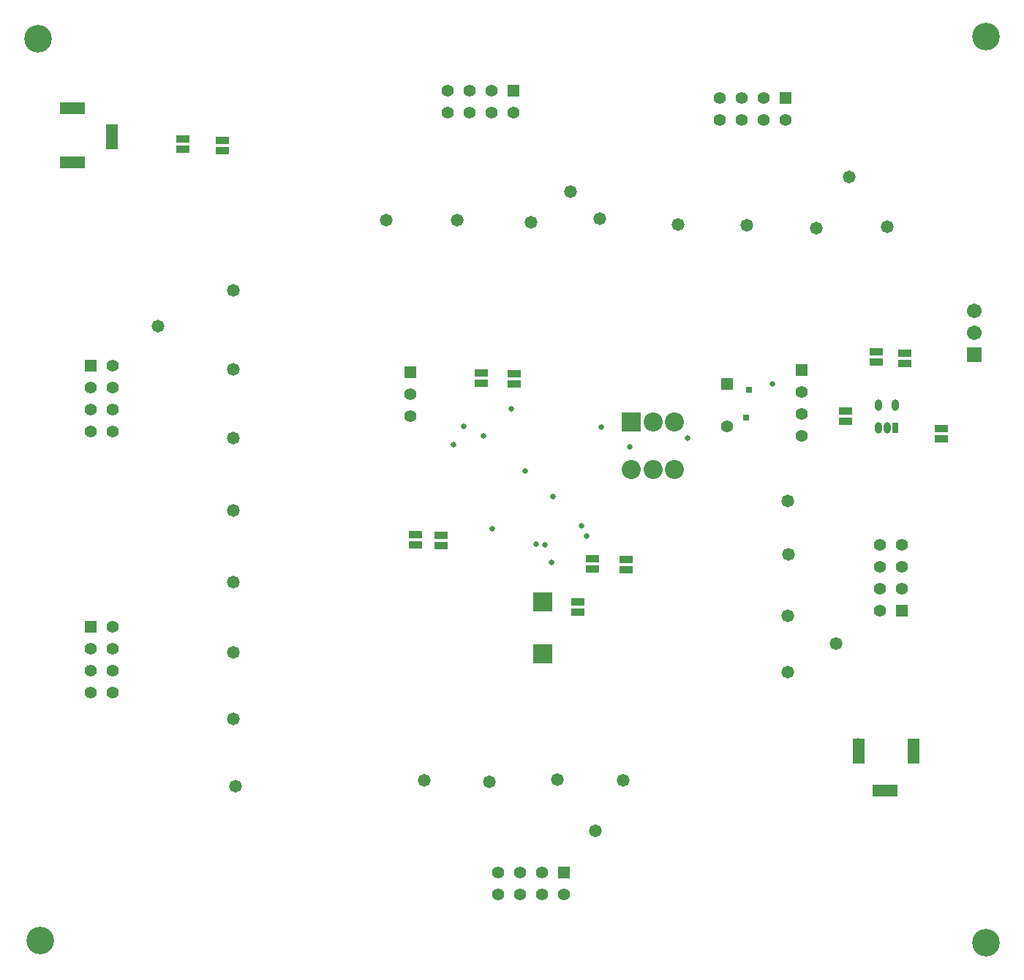
<source format=gbs>
G04*
G04 #@! TF.GenerationSoftware,Altium Limited,Altium Designer,19.1.5 (86)*
G04*
G04 Layer_Color=16711935*
%FSLAX44Y44*%
%MOMM*%
G71*
G01*
G75*
%ADD23R,1.5032X0.9032*%
%ADD32R,0.8032X0.7032*%
%ADD33R,1.4032X1.4032*%
%ADD34C,1.4032*%
%ADD35R,2.2032X2.2032*%
%ADD36C,2.2032*%
%ADD37C,3.2032*%
%ADD38R,1.7032X1.7032*%
%ADD39C,1.7032*%
%ADD40R,2.9032X1.4032*%
%ADD41R,1.4032X2.9032*%
%ADD42R,1.4032X1.4032*%
%ADD43C,0.6604*%
%ADD44C,1.4732*%
%ADD60O,0.8032X1.3032*%
%ADD61R,0.8032X1.3032*%
D23*
X1107440Y581090D02*
D03*
Y593090D02*
D03*
X1136650Y580390D02*
D03*
Y592390D02*
D03*
X1295400Y503270D02*
D03*
Y515270D02*
D03*
X1311910Y553150D02*
D03*
Y565150D02*
D03*
X883920Y1037940D02*
D03*
Y1049940D02*
D03*
X838200Y1039210D02*
D03*
Y1051210D02*
D03*
X1640840Y792830D02*
D03*
Y804830D02*
D03*
X1715770Y716280D02*
D03*
Y704280D02*
D03*
X1605280Y724250D02*
D03*
Y736250D02*
D03*
X1673860Y803560D02*
D03*
Y791560D02*
D03*
X1183640Y768700D02*
D03*
Y780700D02*
D03*
X1221740Y767780D02*
D03*
Y779780D02*
D03*
X1351280Y564800D02*
D03*
Y552800D02*
D03*
D32*
X1493520Y760730D02*
D03*
X1489710Y728980D02*
D03*
D33*
X1554480Y783590D02*
D03*
X1101090Y781050D02*
D03*
X1670050Y505460D02*
D03*
X731520Y486410D02*
D03*
Y788670D02*
D03*
D34*
X1554480Y758190D02*
D03*
Y732790D02*
D03*
Y707390D02*
D03*
X1468120Y718820D02*
D03*
X1459230Y1073150D02*
D03*
X1484630D02*
D03*
X1510030D02*
D03*
X1535430D02*
D03*
X1459230Y1098550D02*
D03*
X1484630D02*
D03*
X1510030D02*
D03*
X1101090Y755650D02*
D03*
Y730250D02*
D03*
X1644650Y581660D02*
D03*
Y556260D02*
D03*
Y530860D02*
D03*
Y505460D02*
D03*
X1670050Y581660D02*
D03*
Y556260D02*
D03*
Y530860D02*
D03*
X1253490Y201930D02*
D03*
X1228090D02*
D03*
X1202690D02*
D03*
X1278890Y176530D02*
D03*
X1253490D02*
D03*
X1228090D02*
D03*
X1202690D02*
D03*
X731520Y461010D02*
D03*
Y435610D02*
D03*
Y410210D02*
D03*
X756920Y486410D02*
D03*
Y461010D02*
D03*
Y435610D02*
D03*
Y410210D02*
D03*
X731520Y763270D02*
D03*
Y737870D02*
D03*
Y712470D02*
D03*
X756920Y788670D02*
D03*
Y763270D02*
D03*
Y737870D02*
D03*
Y712470D02*
D03*
X1195070Y1107440D02*
D03*
X1169670D02*
D03*
X1144270D02*
D03*
X1220470Y1082040D02*
D03*
X1195070D02*
D03*
X1169670D02*
D03*
X1144270D02*
D03*
D35*
X1254760Y515140D02*
D03*
Y455140D02*
D03*
X1357160Y723900D02*
D03*
D36*
X1382160D02*
D03*
X1407160D02*
D03*
X1357160Y668900D02*
D03*
X1382160D02*
D03*
X1407160D02*
D03*
D37*
X670560Y1167130D02*
D03*
X1767840Y1169670D02*
D03*
Y120650D02*
D03*
X673100Y123190D02*
D03*
D38*
X1753870Y801370D02*
D03*
D39*
Y826770D02*
D03*
Y852170D02*
D03*
D40*
X709930Y1087050D02*
D03*
Y1024050D02*
D03*
X1650520Y296900D02*
D03*
D41*
X755930Y1054050D02*
D03*
X1683520Y342900D02*
D03*
X1620520D02*
D03*
D42*
X1468120Y767820D02*
D03*
X1535430Y1098550D02*
D03*
X1278890Y201930D02*
D03*
X1220470Y1107440D02*
D03*
D43*
X1163320Y718820D02*
D03*
X1264285Y560705D02*
D03*
X1355090Y694690D02*
D03*
X1520190Y767820D02*
D03*
X1422400Y704850D02*
D03*
X1234440Y666750D02*
D03*
X1621020Y353060D02*
D03*
X1619750Y354330D02*
D03*
X1299210Y603250D02*
D03*
X1266190Y637540D02*
D03*
X1257300Y581660D02*
D03*
X1246505Y582295D02*
D03*
X1305560Y591820D02*
D03*
X1196174Y599605D02*
D03*
X1186180Y707390D02*
D03*
X1217930Y739140D02*
D03*
X1322070Y717550D02*
D03*
X1151312Y696955D02*
D03*
D44*
X896620Y621030D02*
D03*
X1315720Y250190D02*
D03*
X1117600Y308610D02*
D03*
X1192530Y306680D02*
D03*
X1347470Y308610D02*
D03*
X1271270Y309880D02*
D03*
X1593850Y467360D02*
D03*
X1537970Y434340D02*
D03*
Y499110D02*
D03*
X1539240Y570230D02*
D03*
X1537970Y632460D02*
D03*
X1609090Y1007110D02*
D03*
X1653540Y949960D02*
D03*
X1570990Y948230D02*
D03*
X1490980Y951230D02*
D03*
X1410970Y952500D02*
D03*
X1286510Y990600D02*
D03*
X1320800Y958850D02*
D03*
X1240790Y955040D02*
D03*
X1155700Y957580D02*
D03*
X1073150D02*
D03*
X899160Y302260D02*
D03*
X896620Y379730D02*
D03*
Y457200D02*
D03*
Y538480D02*
D03*
Y704850D02*
D03*
X808990Y834390D02*
D03*
X896620Y784860D02*
D03*
Y876300D02*
D03*
D60*
X1643430Y742950D02*
D03*
X1662430D02*
D03*
X1643430Y716950D02*
D03*
X1652930D02*
D03*
D61*
X1662430D02*
D03*
M02*

</source>
